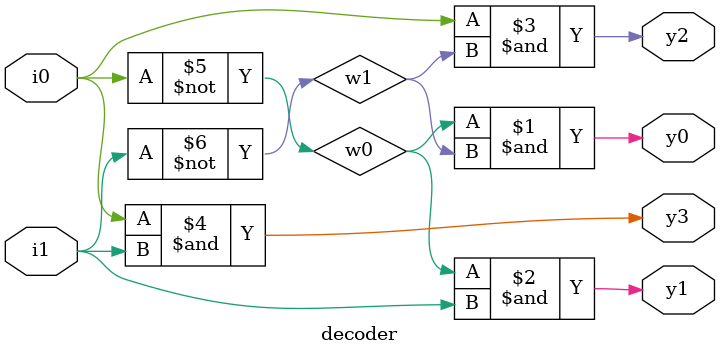
<source format=v>
module decoder (y0,y1,y2,y3,i0,i1);
//input & output declaration
input i0,i1;
output y0,y1,y2,y3;
wire w0,w1;
//gate declaration
not g1(w0,i0);
not g2(w1,i1);
and g3(y0,w0,w1);
and g4(y1,w0,i1);
and g5(y2,i0,w1);
and g6(y3,i0,i1);
//end of the module
endmodule

</source>
